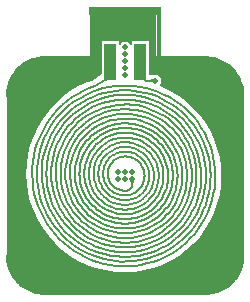
<source format=gbl>
%FSTAX44Y44*%
%MOMM*%
%SFA1B1*%

%IPPOS*%
%ADD10C,0.200000*%
%ADD19C,2.199996*%
%ADD20C,0.999998*%
%ADD29C,0.499999*%
%ADD31R,1.019998X3.169994*%
%ADD32R,0.411499X3.834092*%
%ADD33R,6.098288X0.638099*%
%ADD34R,0.609099X4.307191*%
%ADD35R,4.698991X1.236798*%
%ADD36R,0.949698X14.511071*%
%ADD37R,14.309771X0.825398*%
%ADD38R,0.953898X14.332371*%
%ADD39R,4.698991X1.338597*%
%LNpcb1-1*%
%LPD*%
G36*
X00094944Y00169365D02*
X00095258Y00167785D01*
X00096153Y00166445*
X00097493Y0016555*
X00099073Y00165236*
X00137128*
X00137269Y00165264*
X00141531Y00164928*
X00145826Y00163897*
X00149906Y00162207*
X00153672Y00159899*
X00157031Y00157031*
X00159899Y00153672*
X00162207Y00149906*
X00163897Y00145826*
X00164928Y00141531*
X00165264Y00137269*
X00165236Y00137128*
Y0*
X00165264Y-0000014*
X00164928Y-00004402*
X00163897Y-00008697*
X00162207Y-00012778*
X00159899Y-00016543*
X00157031Y-00019902*
X00153672Y-0002277*
X00149906Y-00025078*
X00145826Y-00026768*
X00141531Y-000278*
X00137269Y-00028135*
X00137128Y-00028107*
X0*
X-0000014Y-00028135*
X-00004402Y-000278*
X-00008697Y-00026768*
X-00012778Y-00025078*
X-00016543Y-0002277*
X-00019902Y-00019902*
X-0002277Y-00016543*
X-00025078Y-00012778*
X-00026768Y-00008697*
X-000278Y-00004402*
X-00028135Y-0000014*
X-00028107Y0*
Y00137128*
X-00028135Y00137269*
X-000278Y00141531*
X-00026768Y00145826*
X-00025078Y00149906*
X-0002277Y00153672*
X-00019902Y00157031*
X-00016543Y00159899*
X-00012778Y00162207*
X-00008697Y00163897*
X-00004402Y00164928*
X-0000014Y00165264*
X0Y00165236*
X00038054*
X00039634Y0016555*
X00040974Y00166445*
X00041869Y00167785*
X00042183Y00169365*
Y0020725*
X00094944*
Y00169365*
G37*
%LNpcb1-2*%
%LPC*%
G36*
X00088359Y00182595D02*
X00074159D01*
Y00179003*
X00072889Y00178751*
X00072378Y00179984*
X00071112Y0018125*
X00069459Y00181935*
X00067668*
X00066014Y0018125*
X00064748Y00179984*
X00064229Y00178731*
X00062959Y00178983*
Y00182595*
X00048759*
Y00154213*
X00040579Y0014902*
X00036361Y0014751*
X00028944Y00144003*
X00021907Y00139785*
X00015318Y00134898*
X00009239Y00129388*
X00003729Y00123309*
X-00001156Y00116719*
X-00005374Y00109683*
X-00008882Y00102266*
X-00011645Y00094541*
X-00013639Y00086583*
X-00014843Y00078468*
X-00015245Y00070273*
X-00014843Y00062079*
X-00013639Y00053964*
X-00011645Y00046005*
X-00008882Y00038281*
X-00005374Y00030864*
X-00001156Y00023827*
X00003729Y00017238*
X00009239Y00011159*
X00015318Y00005649*
X00021907Y00000762*
X00028944Y-00003454*
X00036361Y-00006962*
X00044085Y-00009725*
X00052044Y-00011719*
X00060159Y-00012923*
X00068353Y-00013325*
X0007113Y-00013189*
X00071487Y-0001326*
X0007169Y-0001322*
X0007208Y-00013142*
X00076431Y-00012928*
X00084352Y-00011753*
X0009212Y-00009808*
X0009966Y-0000711*
X00106898Y-00003686*
X00113767Y00000429*
X00120199Y00005199*
X00126132Y00010576*
X0013151Y0001651*
X0013628Y00022941*
X00140397Y0002981*
X0014382Y00037049*
X00146518Y00044588*
X00148464Y00052356*
X00149639Y00060277*
X00150032Y00068275*
X00149639Y00076273*
X00148464Y00084194*
X00146518Y00091962*
X0014382Y00099501*
X00140397Y0010674*
X0013628Y00113609*
X0013151Y0012004*
X00126132Y00125974*
X00120199Y00131351*
X00113767Y00136122*
X00106898Y00140238*
X0009966Y00143662*
X00097981Y00144263*
X00097762Y0014569*
X00098671Y0014705*
X0009906Y00149001*
X00098671Y00150952*
X00097566Y00152606*
X00095912Y00153711*
X00093961Y00154099*
X00088409*
X00088359Y00154133*
Y00182595*
G37*
%LNpcb1-3*%
%LPD*%
G36*
X00053674Y00148957D02*
X00053512Y00149073D01*
X00053307Y00149139*
X00053059Y00149155*
X00052768Y0014912*
X00052434Y00149035*
X00052057Y00148899*
X00051637Y00148714*
X00051174Y00148477*
X0005012Y00147854*
X00049101Y00149577*
X00049555Y00149877*
X00050276Y00150427*
X00050542Y00150678*
X00050745Y00150912*
X00050886Y0015113*
X00050963Y0015133*
X00050978Y00151514*
X00050931Y00151682*
X0005082Y00151833*
X00053674Y00148957*
G37*
G36*
X00092176Y00147251D02*
X00092023Y00147394D01*
X0009186Y00147521*
X00091686Y00147634*
X00091502Y00147731*
X00091307Y00147814*
X00091101Y00147881*
X00090884Y00147934*
X00090657Y00147971*
X00090419Y00147994*
X0009017Y00148001*
Y00150001*
X00090419Y00150009*
X00090657Y00150031*
X00090884Y00150069*
X00091101Y00150121*
X00091307Y00150189*
X00091502Y00150271*
X00091686Y00150369*
X0009186Y00150481*
X00092023Y00150609*
X00092176Y00150751*
Y00147251*
G37*
G36*
X00076171Y00063627D02*
X00076043Y00063463D01*
X00075931Y00063289*
X00075833Y00063104*
X00075751Y00062909*
X00075683Y00062703*
X00075631Y00062486*
X00075593Y00062259*
X00075571Y00062021*
X00075563Y00061772*
X00073563*
X00073556Y00062021*
X00073533Y00062259*
X00073496Y00062486*
X00073443Y00062703*
X00073376Y00062909*
X00073293Y00063104*
X00073196Y00063289*
X00073083Y00063463*
X00072956Y00063627*
X00072813Y00063778*
X00076313*
X00076171Y00063627*
G37*
G54D10*
X00068932Y00055785D02*
D01*
X00069325Y00055799*
X00069716Y0005584*
X00070103Y00055908*
X00070485Y00056003*
X00070858Y00056125*
X00071223Y00056272*
X00071576Y00056444*
X00071916Y00056641*
X00072242Y00056861*
X00072552Y00057103*
X00072844Y00057366*
X00073117Y00057649*
X0007337Y0005795*
X00073601Y00058268*
X00073809Y00058601*
X00073994Y00058948*
X00074153Y00059307*
X00074288Y00059676*
X00074396Y00060054*
X00074478Y00060439*
X00074532Y00060828*
X0007456Y0006122*
X00074563Y00061416*
X00067615Y00088759D02*
D01*
X00066328Y00088663*
X0006505Y00088477*
X00063788Y00088202*
X00062549Y0008784*
X00061338Y00087392*
X00060161Y00086861*
X00059024Y00086249*
X00057932Y00085559*
X00056891Y00084795*
X00055906Y0008396*
X00054982Y00083058*
X00054123Y00082094*
X00053333Y00081072*
X00052616Y00079998*
X00051976Y00078877*
X00051416Y00077713*
X00050938Y00076514*
X00050546Y00075284*
X0005024Y00074029*
X00050022Y00072757*
X00049893Y00071472*
X00049855Y00070181*
X00049906Y00068891*
X00050048Y00067607*
X00050279Y00066337*
X00050597Y00065085*
X00051002Y00063859*
X00051492Y00062665*
X00052064Y00061507*
X00052715Y00060392*
X00053443Y00059325*
X00054243Y00058312*
X00055112Y00057356*
X00056045Y00056464*
X00057039Y00055639*
X00058087Y00054885*
X00059186Y00054207*
X00060329Y00053606*
X00061511Y00053087*
X00062727Y00052651*
X0006397Y00052302*
X00065234Y0005204*
X00066513Y00051866*
X00067802Y00051783*
X00069092Y00051788*
X00067775Y00084762D02*
D01*
X00066766Y00084687*
X00065765Y00084541*
X00064776Y00084325*
X00063804Y00084041*
X00062855Y00083691*
X00061933Y00083274*
X00061042Y00082795*
X00060186Y00082254*
X0005937Y00081655*
X00058598Y00081001*
X00057874Y00080294*
X000572Y00079538*
X00056581Y00078738*
X00056019Y00077896*
X00055518Y00077017*
X00055079Y00076105*
X00054704Y00075165*
X00054397Y00074201*
X00054157Y00073218*
X00053986Y0007222*
X00053885Y00071213*
X00053855Y00070201*
X00053896Y0006919*
X00054006Y00068184*
X00054187Y00067188*
X00054437Y00066208*
X00054754Y00065247*
X00055138Y0006431*
X00055586Y00063403*
X00056097Y00062529*
X00056667Y00061693*
X00057294Y00060898*
X00057975Y0006015*
X00058707Y0005945*
X00059485Y00058804*
X00060307Y00058213*
X00061168Y00057681*
X00062064Y0005721*
X0006299Y00056804*
X00063943Y00056462*
X00064918Y00056188*
X00065908Y00055983*
X00066911Y00055847*
X00067921Y00055781*
X00068932Y00055785*
X00067295Y00096752D02*
D01*
X00065451Y00096614*
X0006362Y00096348*
X00061813Y00095954*
X00060038Y00095435*
X00058303Y00094794*
X00056617Y00094033*
X00054988Y00093156*
X00053424Y00092168*
X00051933Y00091073*
X00050523Y00089877*
X00049199Y00088586*
X00047968Y00087205*
X00046836Y00085742*
X0004581Y00084203*
X00044893Y00082597*
X0004409Y0008093*
X00043406Y00079212*
X00042843Y0007745*
X00042405Y00075653*
X00042093Y00073829*
X00041909Y00071989*
X00041854Y0007014*
X00041928Y00068292*
X0004213Y00066453*
X0004246Y00064633*
X00042917Y00062841*
X00043497Y00061085*
X00044199Y00059373*
X00045018Y00057715*
X00045951Y00056117*
X00046993Y00054589*
X00048139Y00053138*
X00049384Y00051769*
X00050721Y00050491*
X00052143Y00049309*
X00053645Y0004823*
X00055219Y00047257*
X00056856Y00046397*
X0005855Y00045653*
X00060291Y00045029*
X00062072Y00044528*
X00063883Y00044153*
X00065716Y00043905*
X00067562Y00043785*
X00069411Y00043794*
X00069571Y00039798D02*
D01*
X00071555Y00039947*
X00073524Y00040234*
X00075467Y00040657*
X00077377Y00041215*
X00079242Y00041905*
X00081056Y00042723*
X00082807Y00043666*
X00084489Y00044729*
X00086092Y00045906*
X0008761Y00047192*
X00089034Y00048581*
X00090357Y00050066*
X00091574Y0005164*
X00092678Y00053295*
X00093664Y00055023*
X00094527Y00056815*
X00095263Y00058663*
X00095868Y00060558*
X0009634Y0006249*
X00096675Y00064451*
X00096873Y0006643*
X00096933Y00068419*
X00096853Y00070407*
X00096635Y00072384*
X0009628Y00074341*
X00095789Y00076269*
X00095165Y00078158*
X00094411Y00079998*
X00093529Y00081782*
X00092526Y00083499*
X00091405Y00085143*
X00090173Y00086704*
X00088834Y00088176*
X00087397Y00089551*
X00085866Y00090822*
X00084251Y00091983*
X00082559Y00093028*
X00080798Y00093953*
X00078976Y00094753*
X00077104Y00095424*
X00075189Y00095963*
X00073241Y00096367*
X0007127Y00096634*
X00069285Y00096762*
X00067295Y00096752*
X00069092Y00051788D02*
D01*
X00070241Y00051874*
X00071381Y00052041*
X00072506Y00052286*
X00073611Y00052609*
X00074692Y00053008*
X00075741Y00053482*
X00076756Y00054028*
X00077729Y00054643*
X00078657Y00055325*
X00079536Y00056069*
X0008036Y00056873*
X00081127Y00057733*
X00081831Y00058644*
X0008247Y00059602*
X00083041Y00060603*
X00083541Y0006164*
X00083967Y0006271*
X00084317Y00063807*
X0008459Y00064926*
X00084784Y00066061*
X00084899Y00067207*
X00084933Y00068359*
X00084887Y00069509*
X00084761Y00070654*
X00084555Y00071787*
X00084271Y00072903*
X0008391Y00073997*
X00083473Y00075063*
X00082963Y00076095*
X00082382Y0007709*
X00081733Y00078041*
X0008102Y00078945*
X00080245Y00079797*
X00079412Y00080593*
X00078526Y00081329*
X00077591Y00082001*
X00076611Y00082606*
X00075592Y00083142*
X00074537Y00083605*
X00073453Y00083993*
X00072344Y00084305*
X00071217Y00084539*
X00070075Y00084694*
X00068926Y00084768*
X00067775Y00084762*
X00069252Y00047791D02*
D01*
X00070679Y00047898*
X00072095Y00048105*
X00073493Y00048409*
X00074867Y0004881*
X00076209Y00049306*
X00077513Y00049895*
X00078773Y00050573*
X00079983Y00051337*
X00081136Y00052184*
X00082228Y0005311*
X00083252Y00054109*
X00084204Y00055177*
X0008508Y00056309*
X00085874Y00057499*
X00086583Y00058742*
X00087204Y00060031*
X00087733Y0006136*
X00088168Y00062724*
X00088508Y00064114*
X00088749Y00065524*
X00088892Y00066948*
X00088935Y00068378*
X00088877Y00069808*
X00088721Y0007123*
X00088465Y00072638*
X00088112Y00074024*
X00087663Y00075383*
X0008712Y00076707*
X00086487Y0007799*
X00085765Y00079226*
X00084959Y00080408*
X00084072Y00081531*
X0008311Y0008259*
X00082075Y00083578*
X00080975Y00084493*
X00079813Y00085328*
X00078595Y0008608*
X00077329Y00086746*
X00076019Y00087321*
X00074672Y00087804*
X00073294Y00088191*
X00071893Y00088482*
X00070475Y00088674*
X00069047Y00088767*
X00067616Y00088759*
X00067615*
X00067455Y00092756D02*
D01*
X00065889Y00092639*
X00064335Y00092413*
X00062801Y00092078*
X00061293Y00091638*
X0005982Y00091093*
X00058389Y00090447*
X00057006Y00089703*
X00055678Y00088864*
X00054412Y00087935*
X00053214Y00086919*
X0005209Y00085823*
X00051045Y0008465*
X00050084Y00083408*
X00049213Y00082102*
X00048435Y00080738*
X00047753Y00079323*
X00047172Y00077864*
X00046694Y00076368*
X00046322Y00074842*
X00046057Y00073294*
X00045901Y00071731*
X00045854Y00070161*
X00045916Y00068592*
X00046088Y00067031*
X00046369Y00065486*
X00046756Y00063964*
X00047249Y00062473*
X00047845Y0006102*
X0004854Y00059612*
X00049332Y00058256*
X00050217Y00056958*
X0005119Y00055725*
X00052247Y00054564*
X00053382Y00053478*
X0005459Y00052475*
X00055865Y00051558*
X00057201Y00050733*
X00058592Y00050002*
X0006003Y00049371*
X00061508Y00048841*
X0006302Y00048416*
X00064557Y00048097*
X00066114Y00047886*
X00067681Y00047785*
X00069251Y00047792*
X00069252Y00047791*
X00069411Y00043794D02*
D01*
X00071117Y00043922*
X00072809Y00044169*
X0007448Y00044533*
X00076121Y00045012*
X00077725Y00045605*
X00079284Y00046309*
X0008079Y00047119*
X00082236Y00048033*
X00083614Y00049045*
X00084919Y00050151*
X00086143Y00051345*
X00087281Y00052621*
X00088327Y00053974*
X00089276Y00055397*
X00090124Y00056882*
X00090865Y00058423*
X00091498Y00060011*
X00092018Y0006164*
X00092424Y00063302*
X00092712Y00064987*
X00092882Y00066689*
X00092934Y00068398*
X00092865Y00070107*
X00092678Y00071807*
X00092373Y0007349*
X00091951Y00075147*
X00091414Y0007677*
X00090765Y00078353*
X00090008Y00079886*
X00089146Y00081363*
X00088182Y00082776*
X00087123Y00084118*
X00085972Y00085383*
X00084736Y00086565*
X0008342Y00087657*
X00082032Y00088656*
X00080577Y00089555*
X00079063Y0009035*
X00077497Y00091038*
X00075887Y00091615*
X00074241Y00092078*
X00072567Y00092425*
X00070872Y00092654*
X00069165Y00092765*
X00067455Y00092756*
X00069891Y00031804D02*
D01*
X00072432Y00031995*
X00074953Y00032362*
X00077442Y00032904*
X00079888Y00033619*
X00082277Y00034502*
X000846Y0003555*
X00086843Y00036757*
X00088997Y00038118*
X0009105Y00039626*
X00092994Y00041273*
X00094817Y00043053*
X00096513Y00044954*
X00098071Y0004697*
X00099485Y00049089*
X00100748Y00051302*
X00101853Y00053597*
X00102796Y00055964*
X00103571Y00058391*
X00104175Y00060866*
X00104604Y00063377*
X00104858Y00065912*
X00104934Y00068459*
X00104832Y00071004*
X00104553Y00073537*
X00104098Y00076043*
X00103469Y00078512*
X0010267Y00080931*
X00101704Y00083289*
X00100576Y00085573*
X00099291Y00087773*
X00097856Y00089878*
X00096277Y00091877*
X00094563Y00093762*
X00092721Y00095523*
X00090761Y0009715*
X00088693Y00098637*
X00086525Y00099977*
X0008427Y00101161*
X00081937Y00102186*
X00079539Y00103045*
X00077086Y00103735*
X00074592Y00104252*
X00072067Y00104594*
X00069525Y00104759*
X00066977Y00104746*
X00066976*
X0007005Y00027807D02*
D01*
X00072869Y00028019*
X00075667Y00028426*
X00078429Y00029028*
X00081142Y00029821*
X00083794Y00030801*
X0008637Y00031964*
X0008886Y00033303*
X0009125Y00034814*
X00093528Y00036487*
X00095684Y00038314*
X00097708Y00040288*
X00099589Y00042399*
X00101318Y00044635*
X00102887Y00046986*
X00104288Y00049442*
X00105515Y00051989*
X0010656Y00054615*
X0010742Y00057308*
X0010809Y00060054*
X00108567Y00062841*
X00108849Y00065653*
X00108933Y00068479*
X0010882Y00071304*
X00108511Y00074114*
X00108006Y00076895*
X00107308Y00079634*
X00106421Y00082319*
X00105349Y00084934*
X00104097Y00087469*
X00102671Y0008991*
X00101079Y00092245*
X00099327Y00094464*
X00097425Y00096555*
X00095382Y00098509*
X00093207Y00100315*
X00090912Y00101965*
X00088507Y00103451*
X00086004Y00104766*
X00083416Y00105903*
X00080755Y00106856*
X00078033Y00107621*
X00075266Y00108195*
X00072464Y00108575*
X00069643Y00108757*
X00066816Y00108743*
X0007021Y00023811D02*
D01*
X00073308Y00024044*
X00076381Y00024491*
X00079416Y00025153*
X00082398Y00026024*
X00085311Y00027101*
X00088142Y00028378*
X00090877Y0002985*
X00093503Y00031509*
X00096007Y00033348*
X00098376Y00035357*
X001006Y00037525*
X00102666Y00039844*
X00104566Y00042301*
X0010629Y00044885*
X0010783Y00047583*
X00109177Y00050381*
X00110326Y00053267*
X00111271Y00056226*
X00112007Y00059243*
X00112531Y00062305*
X00112841Y00065396*
X00112933Y00068501*
X00112809Y00071604*
X00112469Y00074692*
X00111914Y00077748*
X00111148Y00080758*
X00110173Y00083707*
X00108995Y00086581*
X00107619Y00089366*
X00106053Y00092048*
X00104303Y00094614*
X00102378Y00097052*
X00100288Y0009935*
X00098043Y00101496*
X00095654Y00103481*
X00093132Y00105294*
X00090489Y00106926*
X00087739Y00108371*
X00084895Y0010962*
X00081971Y00110668*
X00078981Y00111509*
X0007594Y00112139*
X00072862Y00112556*
X00069762Y00112757*
X00066657Y00112739*
X00069731Y00035801D02*
D01*
X00071994Y00035971*
X00074238Y00036298*
X00076455Y00036781*
X00078632Y00037417*
X0008076Y00038204*
X00082828Y00039137*
X00084825Y00040212*
X00086743Y00041424*
X00088571Y00042766*
X00090302Y00044233*
X00091925Y00045817*
X00093435Y00047511*
X00094822Y00049305*
X00096081Y00051192*
X00097206Y00053162*
X0009819Y00055206*
X00099029Y00057314*
X00099719Y00059475*
X00100257Y00061679*
X00100639Y00063915*
X00100865Y00066172*
X00100933Y00068439*
X00100842Y00070706*
X00100594Y00072961*
X00100189Y00075193*
X00099629Y00077391*
X00098917Y00079545*
X00098056Y00081644*
X00097052Y00083678*
X00095908Y00085636*
X0009463Y00087511*
X00093224Y00089291*
X00091698Y00090969*
X00090058Y00092537*
X00088313Y00093986*
X00086471Y0009531*
X00084541Y00096503*
X00082533Y00097558*
X00080456Y0009847*
X0007832Y00099235*
X00076137Y00099849*
X00073916Y0010031*
X00071668Y00100614*
X00069404Y00100761*
X00067136Y00100749*
X00070849Y00007823D02*
D01*
X0007506Y00008139*
X00079239Y00008748*
X00083365Y00009646*
X00087419Y00010831*
X0009138Y00012295*
X00095229Y00014032*
X00098947Y00016033*
X00102517Y00018289*
X00105921Y00020788*
X00109142Y00023519*
X00112165Y00026468*
X00114975Y0002962*
X00117558Y00032961*
X00119902Y00036473*
X00121995Y00040141*
X00123827Y00043946*
X00125389Y00047869*
X00126674Y00051891*
X00127675Y00055994*
X00128387Y00060156*
X00128808Y00064358*
X00128934Y00068579*
X00128765Y00072799*
X00128303Y00076996*
X00127549Y00081151*
X00126506Y00085243*
X00125181Y00089253*
X0012358Y0009316*
X0012171Y00096946*
X0011958Y00100593*
X00117201Y00104082*
X00114584Y00107396*
X00111743Y0011052*
X00108691Y00113438*
X00105442Y00116137*
X00102013Y00118601*
X00098421Y00120821*
X00094683Y00122785*
X00090816Y00124483*
X00086841Y00125908*
X00082776Y00127051*
X00078641Y00127909*
X00074456Y00128475*
X00070242Y00128749*
X00066019Y00128727*
X00066018*
X00070529Y00015817D02*
D01*
X00074184Y00016091*
X0007781Y00016619*
X0008139Y000174*
X00084908Y00018427*
X00088345Y00019698*
X00091685Y00021205*
X00094912Y00022942*
X00098009Y00024899*
X00100963Y00027068*
X00103758Y00029438*
X00106382Y00031996*
X0010882Y00034732*
X00111061Y00037631*
X00113095Y00040679*
X00114911Y00043861*
X00116501Y00047163*
X00117857Y00050568*
X00118972Y00054058*
X0011984Y00057618*
X00120458Y0006123*
X00120823Y00064876*
X00120932Y00068539*
X00120786Y00072201*
X00120385Y00075843*
X00119731Y00079449*
X00118826Y00083*
X00117676Y00086479*
X00116286Y0008987*
X00114663Y00093155*
X00112815Y0009632*
X00110751Y00099347*
X0010848Y00102223*
X00106015Y00104934*
X00103366Y00107466*
X00100547Y00109808*
X00097572Y00111947*
X00094454Y00113873*
X0009121Y00115577*
X00087855Y00117051*
X00084405Y00118287*
X00080878Y00119279*
X0007729Y00120023*
X00073658Y00120515*
X00070002Y00120752*
X00066337Y00120733*
X00070689Y0001182D02*
D01*
X00074622Y00012115*
X00078524Y00012684*
X00082378Y00013523*
X00086163Y00014629*
X00089862Y00015997*
X00093457Y00017619*
X00096929Y00019488*
X00100263Y00021594*
X00103442Y00023928*
X0010645Y00026478*
X00109273Y00029232*
X00111897Y00032176*
X00114309Y00035296*
X00116498Y00038577*
X00118453Y00042002*
X00120164Y00045555*
X00121623Y00049219*
X00122822Y00052976*
X00123757Y00056807*
X00124422Y00060694*
X00124815Y00064618*
X00124933Y0006856*
X00124775Y000725*
X00124343Y0007642*
X00123639Y000803*
X00122666Y00084122*
X00121428Y00087866*
X00119932Y00091515*
X00118186Y00095051*
X00116197Y00098457*
X00113975Y00101715*
X00111532Y0010481*
X00108878Y00107728*
X00106027Y00110453*
X00102994Y00112973*
X00099792Y00115274*
X00096437Y00117348*
X00092945Y00119181*
X00089335Y00120767*
X00085622Y00122097*
X00081826Y00123165*
X00077964Y00123966*
X00074056Y00124495*
X00070121Y0012475*
X00066177Y0012473*
X00071008Y00003826D02*
D01*
X00075498Y00004163*
X00079953Y00004812*
X00084352Y0000577*
X00088673Y00007033*
X00092896Y00008594*
X00097Y00010446*
X00100964Y00012579*
X0010477Y00014984*
X00108399Y00017649*
X00111833Y0002056*
X00115056Y00023703*
X00118051Y00027064*
X00120805Y00030626*
X00123304Y00034371*
X00125535Y00038281*
X00127488Y00042337*
X00129154Y0004652*
X00130524Y00050808*
X00131591Y00055182*
X00132351Y0005962*
X00132799Y00064099*
X00132933Y000686*
X00132753Y00073098*
X0013226Y00077573*
X00131456Y00082003*
X00130345Y00086366*
X00128932Y0009064*
X00127225Y00094806*
X00125231Y00098842*
X0012296Y0010273*
X00120424Y0010645*
X00117635Y00109983*
X00114605Y00113314*
X00111351Y00116425*
X00107888Y00119301*
X00104232Y00121929*
X00100402Y00124296*
X00096417Y00126389*
X00092295Y001282*
X00088056Y00129718*
X00083723Y00130938*
X00079314Y00131851*
X00074853Y00132455*
X0007036Y00132747*
X00065858Y00132724*
X00071168Y-00000168D02*
D01*
X00075936Y00000188*
X00080667Y00000877*
X00085339Y00001895*
X00089928Y00003236*
X00094413Y00004894*
X00098771Y0000686*
X00102981Y00009126*
X00107023Y0001168*
X00110877Y0001451*
X00114524Y00017601*
X00117947Y0002094*
X00121128Y00024509*
X00124053Y00028292*
X00126706Y00032269*
X00129076Y00036422*
X0013115Y00040729*
X00132919Y00045171*
X00134374Y00049726*
X00135507Y00054371*
X00136313Y00059083*
X00136789Y00063841*
X00136932Y0006862*
X00136741Y00073397*
X00136217Y0007815*
X00135364Y00082854*
X00134184Y00087488*
X00132683Y00092027*
X0013087Y00096451*
X00128752Y00100738*
X00126341Y00104866*
X00123647Y00108817*
X00120685Y0011257*
X00117468Y00116106*
X00114012Y0011941*
X00110334Y00122465*
X00106452Y00125256*
X00102384Y00127769*
X00098151Y00129993*
X00093774Y00131915*
X00089273Y00133528*
X0008467Y00134823*
X00079989Y00135793*
X00075251Y00136435*
X00070479Y00136744*
X00065698Y0013672*
X0007037Y00019814D02*
D01*
X00073746Y00020068*
X00077096Y00020555*
X00080404Y00021276*
X00083653Y00022225*
X00086828Y00023399*
X00089914Y00024791*
X00092895Y00026396*
X00095757Y00028204*
X00098485Y00030207*
X00101068Y00032396*
X00103491Y0003476*
X00105743Y00037287*
X00107814Y00039965*
X00109693Y00042781*
X00111371Y00045722*
X0011284Y00048772*
X00114092Y00051917*
X00115122Y00055141*
X00115924Y0005843*
X00116495Y00061767*
X00116832Y00065135*
X00116933Y00068519*
X00116798Y00071902*
X00116428Y00075266*
X00115823Y00078597*
X00114988Y00081878*
X00113925Y00085092*
X00112641Y00088224*
X00111142Y00091259*
X00109435Y00094182*
X00107528Y00096979*
X0010543Y00099637*
X00103152Y00102141*
X00100706Y0010448*
X00098101Y00106643*
X00095353Y00108619*
X00092473Y00110399*
X00089476Y00111973*
X00086377Y00113334*
X0008319Y00114476*
X00079931Y00115393*
X00076616Y0011608*
X00073262Y00116534*
X00069884Y00116753*
X00066498Y00116736*
X00066497*
X00066337Y00120733D02*
D01*
X00062822Y0012047*
X00059334Y00119962*
X0005589Y00119212*
X00052507Y00118223*
X00049201Y00117001*
X00045988Y00115551*
X00042884Y0011388*
X00039904Y00111997*
X00037063Y00109911*
X00034374Y00107632*
X00031851Y00105171*
X00029505Y0010254*
X00027349Y00099751*
X00025393Y00096819*
X00023646Y00093758*
X00022117Y00090581*
X00020813Y00087307*
X0001974Y00083949*
X00018904Y00080525*
X0001831Y0007705*
X00017959Y00073543*
X00017854Y0007002*
X00017994Y00066497*
X0001838Y00062994*
X0001901Y00059526*
X0001988Y0005611*
X00020986Y00052763*
X00022323Y00049502*
X00023884Y00046341*
X00025662Y00043297*
X00027647Y00040385*
X00029832Y00037618*
X00032203Y00035011*
X00034751Y00032575*
X00037463Y00030323*
X00040325Y00028265*
X00043323Y00026412*
X00046444Y00024773*
X00049671Y00023356*
X00052989Y00022167*
X00056383Y00021212*
X00059834Y00020497*
X00063327Y00020024*
X00066844Y00019796*
X00070369Y00019813*
X0007037Y00019814*
X00066177Y0012473D02*
D01*
X00062384Y00124446*
X0005862Y00123898*
X00054903Y00123088*
X00051251Y00122021*
X00047683Y00120702*
X00044216Y00119137*
X00040866Y00117335*
X0003765Y00115303*
X00034584Y00113051*
X00031682Y00110591*
X00028959Y00107935*
X00026428Y00105095*
X00024101Y00102086*
X0002199Y00098921*
X00020104Y00095617*
X00018454Y0009219*
X00017046Y00088656*
X00015889Y00085032*
X00014988Y00081336*
X00014346Y00077587*
X00013967Y00073801*
X00013854Y00069999*
X00014006Y00066198*
X00014422Y00062417*
X00015102Y00058674*
X0001604Y00054988*
X00017234Y00051376*
X00018677Y00047856*
X00020362Y00044445*
X0002228Y0004116*
X00024423Y00038017*
X0002678Y00035032*
X0002934Y00032217*
X0003209Y00029589*
X00035016Y00027158*
X00038105Y00024938*
X00041341Y00022938*
X00044709Y00021169*
X00048192Y00019639*
X00051773Y00018356*
X00055435Y00017326*
X0005916Y00016554*
X00062929Y00016043*
X00066725Y00015797*
X00070529Y00015816*
Y00015817*
X00066018Y00128727D02*
D01*
X00061947Y00128422*
X00057906Y00127833*
X00053916Y00126964*
X00049997Y00125819*
X00046167Y00124403*
X00042445Y00122724*
X0003885Y00120789*
X00035398Y00118607*
X00032107Y00116191*
X00028992Y0011355*
X00026069Y00110699*
X00023352Y00107651*
X00020855Y00104421*
X00018588Y00101024*
X00016565Y00097478*
X00014793Y00093799*
X00013283Y00090005*
X0001204Y00086116*
X00011073Y00082149*
X00010384Y00078124*
X00009977Y00074061*
X00009855Y0006998*
X00010019Y000659*
X00010466Y00061841*
X00011195Y00057824*
X00012203Y00053867*
X00013484Y0004999*
X00015033Y00046211*
X00016841Y00042551*
X00018901Y00039025*
X00021201Y00035651*
X00023731Y00032446*
X00026478Y00029426*
X0002943Y00026604*
X00032571Y00023995*
X00035886Y00021612*
X0003936Y00019466*
X00042975Y00017567*
X00046713Y00015925*
X00050557Y00014548*
X00054488Y00013442*
X00058486Y00012613*
X00062533Y00012065*
X00066607Y00011801*
X00070689Y0001182*
X00065858Y00132724D02*
D01*
X00061508Y00132398*
X00057191Y00131769*
X00052929Y00130841*
X00048742Y00129617*
X0004465Y00128105*
X00040673Y0012631*
X00036832Y00124243*
X00033144Y00121913*
X00029628Y00119331*
X000263Y0011651*
X00023177Y00113464*
X00020275Y00110208*
X00017606Y00106756*
X00015185Y00103128*
X00013023Y00099339*
X0001113Y00095408*
X00009516Y00091355*
X00008189Y00087199*
X00007155Y00082961*
X00006419Y00078662*
X00005985Y00074321*
X00005854Y0006996*
X00006028Y00065601*
X00006506Y00061265*
X00007285Y00056973*
X00008362Y00052745*
X00009731Y00048603*
X00011385Y00044567*
X00013317Y00040656*
X00015518Y00036889*
X00017975Y00033284*
X00020678Y0002986*
X00023613Y00026633*
X00026767Y00023618*
X00030123Y00020831*
X00033665Y00018285*
X00037376Y00015992*
X00041238Y00013963*
X00045232Y00012209*
X00049339Y00010737*
X00053538Y00009556*
X0005781Y0000867*
X00062133Y00008085*
X00066486Y00007802*
X00070848Y00007824*
X00070849Y00007823*
X00065698Y0013672D02*
D01*
X0006107Y00136373*
X00056477Y00135704*
X00051941Y00134716*
X00047486Y00133415*
X00043132Y00131805*
X00038901Y00129896*
X00034814Y00127696*
X0003089Y00125217*
X00027149Y0012247*
X00023608Y00119468*
X00020285Y00116227*
X00017197Y00112762*
X00014358Y0010909*
X00011782Y00105229*
X00009481Y00101198*
X00007467Y00097016*
X0000575Y00092703*
X00004338Y00088282*
X00003238Y00083772*
X00002455Y00079197*
X00001993Y00074578*
X00001854Y00069939*
X0000204Y00065301*
X00002548Y00060687*
X00003377Y0005612*
X00004522Y00051622*
X00005979Y00047215*
X00007739Y0004292*
X00009795Y00038759*
X00012136Y00034751*
X00014751Y00030916*
X00017627Y00027272*
X0002075Y00023839*
X00024105Y00020631*
X00027676Y00017665*
X00031445Y00014956*
X00035393Y00012516*
X00039503Y00010358*
X00043753Y00008491*
X00048122Y00006926*
X0005259Y00005669*
X00057135Y00004726*
X00061735Y00004104*
X00066367Y00003803*
X00071008Y00003826*
X00065539Y00140717D02*
D01*
X00060632Y00140349*
X00055763Y0013964*
X00050955Y00138593*
X00046231Y00137213*
X00041616Y00135506*
X0003713Y00133482*
X00032798Y0013115*
X00028637Y00128521*
X00024671Y00125609*
X00020917Y00122427*
X00017395Y00118991*
X00014121Y00115318*
X00011111Y00111425*
X00008379Y00107332*
X00005941Y00103057*
X00003806Y00098624*
X00001985Y00094052*
X00000488Y00089365*
X-00000677Y00084584*
X-00001507Y00079734*
X-00001997Y00074837*
X-00002144Y00069919*
X-00001947Y00065002*
X-00001408Y0006011*
X-00000529Y00055269*
X00000684Y000505*
X00002228Y00045828*
X00004094Y00041275*
X00006274Y00036863*
X00008756Y00032614*
X00011528Y00028548*
X00014577Y00024686*
X00017888Y00021045*
X00021445Y00017645*
X0002523Y00014501*
X00029226Y00011628*
X00033412Y00009042*
X00037769Y00006753*
X00042274Y00004775*
X00046906Y00003115*
X00051643Y00001782*
X00056462Y00000784*
X00061338Y00000123*
X00066249Y-00000194*
X00071168Y-00000168*
X00065379Y00144714D02*
D01*
X00060194Y00144326*
X00055048Y00143576*
X00049967Y00142469*
X00044976Y00141011*
X00040098Y00139208*
X00035359Y00137069*
X00030779Y00134605*
X00026383Y00131827*
X00022192Y00128749*
X00018226Y00125387*
X00014503Y00121756*
X00011043Y00117874*
X00007862Y0011376*
X00004976Y00109435*
X00002399Y00104918*
X00000143Y00100233*
X-0000178Y00095402*
X-00003362Y00090448*
X-00004595Y00085397*
X-00005472Y00080271*
X-00005989Y00075097*
X-00006145Y00069899*
X-00005937Y00064703*
X-00005368Y00059535*
X-00004439Y00054418*
X-00003156Y00049379*
X-00001524Y00044441*
X00000447Y0003963*
X0000275Y00034968*
X00005373Y00030477*
X00008302Y00026181*
X00011524Y00022099*
X00015023Y00018252*
X00018782Y00014659*
X00022782Y00011337*
X00027004Y00008301*
X00031428Y00005568*
X00036031Y0000315*
X00040792Y00001058*
X00045688Y-00000694*
X00050693Y-00002102*
X00055785Y-00003158*
X00060938Y-00003856*
X00066127Y-00004193*
X00071327Y-00004166*
X00071328Y-00004165*
X00043163Y00144622D02*
D01*
X00038038Y00142684*
X00033061Y00140393*
X00028256Y0013776*
X00023646Y00134799*
X00019254Y00131523*
X00015101Y00127949*
X00011207Y00124094*
X00007592Y00119976*
X00004273Y00115617*
X00001266Y00111036*
X-00001413Y00106257*
X-00003753Y00101303*
X-00005742Y00096197*
X-0000737Y00090965*
X-00008628Y00085633*
X-00009512Y00080225*
X-00010017Y00074769*
X-0001014Y00069291*
X-0000988Y00063818*
X-00009239Y00058377*
X-0000822Y00052993*
X-00006828Y00047693*
X-0000507Y00042504*
X-00002954Y0003745*
X-00000491Y00032555*
X00002307Y00027845*
X00005427Y00023341*
X00008854Y00019066*
X00012571Y0001504*
X0001656Y00011284*
X00020801Y00007815*
X00025274Y00004649*
X00029957Y00001804*
X00034826Y-00000706*
X00039859Y-00002872*
X00045031Y-00004681*
X00050317Y-00006125*
X0005569Y-00007198*
X00061125Y-00007892*
X00066595Y-00008206*
X00071487Y-00008162*
D01*
X00076812Y-00007763*
X00082096Y-00006993*
X00087313Y-00005857*
X00092438Y-00004359*
X00097447Y-00002508*
X00102314Y-00000312*
X00107016Y00002217*
X0011153Y0000507*
X00115834Y0000823*
X00119907Y00011683*
X00123729Y00015411*
X00127282Y00019397*
X00130548Y00023622*
X00133512Y00028063*
X00136158Y00032701*
X00138475Y00037512*
X0014045Y00042472*
X00142075Y00047559*
X00143341Y00052746*
X00144242Y0005801*
X00144773Y00063323*
X00144932Y0006866*
X00144719Y00073995*
X00144134Y00079303*
X00143181Y00084556*
X00141863Y00089731*
X00140187Y00094801*
X00138162Y00099741*
X00135798Y00104529*
X00133104Y0010914*
X00130097Y00113551*
X00126788Y00117742*
X00123195Y00121693*
X00119336Y00125383*
X00115228Y00128794*
X00110892Y00131911*
X0010635Y00134718*
X00101623Y00137201*
X00096734Y00139348*
X00091707Y00141149*
X00086567Y00142595*
X00081339Y00143679*
X00076047Y00144395*
X00070719Y00144741*
X00065379Y00144714*
X00071328Y-00004165D02*
D01*
X00076375Y-00003787*
X00081382Y-00003057*
X00086327Y-0000198*
X00091184Y-00000561*
X0009593Y00001192*
X00100543Y00003274*
X00104999Y00005672*
X00109277Y00008375*
X00113356Y0001137*
X00117216Y00014642*
X00120838Y00018176*
X00124206Y00021954*
X00127301Y00025957*
X00130109Y00030166*
X00132617Y00034562*
X00134813Y00039121*
X00136685Y00043822*
X00138225Y00048643*
X00139424Y00053559*
X00140278Y00058547*
X00140781Y00063582*
X00140932Y0006864*
X0014073Y00073697*
X00140176Y00078727*
X00139272Y00083706*
X00138023Y0008861*
X00136435Y00093415*
X00134516Y00098097*
X00132275Y00102634*
X00129722Y00107004*
X00126872Y00111184*
X00123736Y00115156*
X00120331Y001189*
X00116673Y00122397*
X00112781Y0012563*
X00108672Y00128584*
X00104367Y00131244*
X00099887Y00133597*
X00095254Y00135632*
X0009049Y00137339*
X00085618Y00138709*
X00080663Y00139736*
X00075649Y00140415*
X00070599Y00140743*
X00065539Y00140717*
X00066497Y00116736D02*
D01*
X00063261Y00116494*
X00060049Y00116026*
X00056878Y00115335*
X00053762Y00114425*
X00050718Y00113299*
X0004776Y00111964*
X00044902Y00110426*
X00042158Y00108692*
X00039542Y00106771*
X00037066Y00104672*
X00034743Y00102406*
X00032583Y00099983*
X00030598Y00097416*
X00028796Y00094716*
X00027188Y00091897*
X0002578Y00088972*
X00024579Y00085957*
X00023592Y00082865*
X00022822Y00079712*
X00022275Y00076513*
X00021952Y00073283*
X00021855Y00070039*
X00021984Y00066796*
X0002234Y0006357*
X0002292Y00060376*
X00023721Y00057231*
X00024739Y0005415*
X0002597Y00051146*
X00027408Y00048236*
X00029045Y00045434*
X00030873Y00042752*
X00032884Y00040205*
X00035068Y00037804*
X00037414Y00035561*
X00039911Y00033487*
X00042547Y00031593*
X00045308Y00029886*
X00048181Y00028377*
X00051153Y00027072*
X00054208Y00025977*
X00057332Y00025099*
X00060511Y0002444*
X00063727Y00024004*
X00066966Y00023794*
X0007021Y00023811*
X00066657Y00112739D02*
D01*
X00063699Y00112517*
X00060764Y0011209*
X00057865Y00111459*
X00055018Y00110627*
X00052235Y00109598*
X00049532Y00108378*
X00046919Y00106972*
X00044412Y00105387*
X0004202Y00103632*
X00039758Y00101713*
X00037634Y00099642*
X00035661Y00097428*
X00033846Y00095081*
X000322Y00092613*
X00030729Y00090037*
X00029442Y00087364*
X00028345Y00084608*
X00027442Y00081782*
X00026739Y000789*
X00026239Y00075976*
X00025944Y00073025*
X00025855Y0007006*
X00025974Y00067095*
X00026298Y00064147*
X00026828Y00061228*
X0002756Y00058353*
X00028491Y00055537*
X00029616Y00052792*
X0003093Y00050132*
X00032426Y00047571*
X00034097Y0004512*
X00035935Y00042791*
X00037932Y00040597*
X00040076Y00038547*
X00042358Y00036652*
X00044766Y0003492*
X0004729Y00033361*
X00049916Y00031981*
X00052632Y00030789*
X00055425Y00029788*
X0005828Y00028985*
X00061185Y00028382*
X00064125Y00027984*
X00067085Y00027792*
X0007005Y00027807*
X00066816Y00108743D02*
D01*
X00064137Y00108542*
X00061477Y00108155*
X00058852Y00107583*
X00056272Y0010683*
X00053752Y00105898*
X00051302Y00104792*
X00048936Y00103519*
X00046664Y00102083*
X00044499Y00100493*
X00042448Y00098755*
X00040525Y00096879*
X00038737Y00094873*
X00037093Y00092747*
X00035602Y00090512*
X0003427Y00088178*
X00033104Y00085757*
X0003211Y0008326*
X00031292Y000807*
X00030655Y0007809*
X00030202Y00075441*
X00029934Y00072767*
X00029854Y00070081*
X00029961Y00067396*
X00030256Y00064725*
X00030736Y00062081*
X00031399Y00059477*
X00032242Y00056925*
X00033261Y00054439*
X00034452Y00052029*
X00035807Y00049709*
X0003732Y00047489*
X00038986Y00045379*
X00040794Y00043391*
X00042736Y00041534*
X00044803Y00039818*
X00046985Y00038249*
X00049271Y00036836*
X0005165Y00035587*
X00054111Y00034506*
X0005664Y000336*
X00059227Y00032872*
X00061859Y00032326*
X00064522Y00031966*
X00067203Y00031792*
X0006989Y00031805*
X00069891Y00031804*
X00066976Y00104746D02*
D01*
X00064575Y00104566*
X00062192Y00104219*
X00059839Y00103707*
X00057528Y00103032*
X00055269Y00102196*
X00053074Y00101206*
X00050954Y00100065*
X00048918Y00098779*
X00046977Y00097353*
X0004514Y00095796*
X00043416Y00094115*
X00041814Y00092317*
X00040341Y00090412*
X00039005Y00088409*
X00037811Y00086318*
X00036767Y00084148*
X00035876Y00081911*
X00035143Y00079617*
X00034572Y00077278*
X00034166Y00074904*
X00033926Y00072508*
X00033854Y00070101*
X0003395Y00067695*
X00034214Y00065302*
X00034644Y00062932*
X00035238Y00060599*
X00035994Y00058312*
X00036907Y00056084*
X00037974Y00053925*
X00039188Y00051846*
X00040545Y00049856*
X00042037Y00047966*
X00043657Y00046185*
X00045398Y00044521*
X0004725Y00042982*
X00049205Y00041577*
X00051254Y00040311*
X00053385Y00039191*
X0005559Y00038222*
X00057857Y0003741*
X00060175Y00036758*
X00062533Y00036269*
X00064919Y00035946*
X00067322Y0003579*
X0006973Y00035802*
X00069731Y00035801*
X00067136Y00100749D02*
D01*
X00065013Y0010059*
X00062907Y00100283*
X00060827Y0009983*
X00058783Y00099233*
X00056787Y00098495*
X00054846Y00097619*
X00052971Y0009661*
X00051172Y00095473*
X00049456Y00094213*
X00047832Y00092837*
X00046308Y0009135*
X00044891Y00089761*
X00043589Y00088077*
X00042408Y00086306*
X00041352Y00084457*
X00040429Y00082538*
X00039641Y00080561*
X00038994Y00078532*
X00038489Y00076464*
X0003813Y00074366*
X00037918Y00072248*
X00037854Y0007012*
X00037939Y00067993*
X00038173Y00065876*
X00038553Y00063782*
X00039078Y00061719*
X00039746Y00059697*
X00040554Y00057728*
X00041497Y00055819*
X0004257Y00053981*
X0004377Y00052222*
X00045089Y00050551*
X00046521Y00048976*
X0004806Y00047505*
X00049698Y00046144*
X00051426Y00044902*
X00053237Y00043783*
X00055122Y00042793*
X00057071Y00041937*
X00059076Y00041219*
X00061125Y00040642*
X00063209Y0004021*
X00065319Y00039924*
X00067444Y00039787*
X00069571Y00039798*
X00074563Y00061416D02*
Y00065563D01*
X00083258Y00151997D02*
Y00152339D01*
X00085359Y00149896D02*
X00085701D01*
X00086595Y00149001D02*
X00093961D01*
X00083258Y00151997D02*
X00085359Y00149896D01*
X00085701D02*
X00086595Y00149001D01*
X00043163Y00144622D02*
X00055318Y00152339D01*
G54D19*
X00137128Y00137128D03*
Y0D03*
X0D03*
Y00137128D03*
G54D20*
X00164328Y00137128D02*
D01*
X00164262Y00139026*
X00164064Y00140914*
X00163734Y00142784*
X00163275Y00144626*
X00162688Y00146431*
X00161977Y00148192*
X00161144Y00149898*
X00160195Y00151542*
X00159134Y00153116*
X00157965Y00154612*
X00156694Y00156023*
X00155329Y00157342*
X00153874Y00158562*
X00152339Y00159678*
X00150728Y00160684*
X00149052Y00161576*
X00147318Y00162348*
X00145534Y00162997*
X00143709Y0016352*
X00141852Y00163915*
X00139972Y00164179*
X00138078Y00164312*
X00137128Y00164328*
X0D02*
D01*
X-00001897Y00164262*
X-00003785Y00164064*
X-00005655Y00163734*
X-00007497Y00163275*
X-00009302Y00162688*
X-00011063Y00161977*
X-00012769Y00161144*
X-00014413Y00160195*
X-00015987Y00159134*
X-00017483Y00157965*
X-00018894Y00156694*
X-00020213Y00155329*
X-00021433Y00153874*
X-00022549Y00152339*
X-00023555Y00150728*
X-00024446Y00149052*
X-00025219Y00147318*
X-00025868Y00145534*
X-00026391Y00143709*
X-00026786Y00141852*
X-0002705Y00139972*
X-00027183Y00138078*
X-00027199Y00137128*
Y0D02*
D01*
X-00027133Y-00001897*
X-00026935Y-00003785*
X-00026605Y-00005655*
X-00026146Y-00007497*
X-00025559Y-00009302*
X-00024848Y-00011063*
X-00024015Y-00012769*
X-00023066Y-00014413*
X-00022005Y-00015987*
X-00020836Y-00017483*
X-00019565Y-00018894*
X-000182Y-00020213*
X-00016745Y-00021433*
X-0001521Y-00022549*
X-00013599Y-00023555*
X-00011923Y-00024446*
X-00010189Y-00025219*
X-00008405Y-00025868*
X-0000658Y-00026391*
X-00004723Y-00026786*
X-00002843Y-0002705*
X-00000949Y-00027183*
X0Y-00027199*
X00137128D02*
D01*
X00139026Y-00027133*
X00140914Y-00026935*
X00142784Y-00026605*
X00144626Y-00026146*
X00146431Y-00025559*
X00148192Y-00024848*
X00149898Y-00024015*
X00151542Y-00023066*
X00153116Y-00022005*
X00154612Y-00020836*
X00156023Y-00019565*
X00157342Y-000182*
X00158562Y-00016745*
X00159678Y-0001521*
X00160684Y-00013599*
X00161576Y-00011923*
X00162348Y-00010189*
X00162997Y-00008405*
X0016352Y-0000658*
X00163915Y-00004723*
X00164179Y-00002843*
X00164312Y-00000949*
X00164328Y0*
G54D29*
X00053858Y00189187D03*
X00046406Y00189128D03*
X0006131Y00189247D03*
X00061191Y00204151D03*
X00061251Y00196699D03*
X00046287Y00204032D03*
X00046346Y0019658D03*
X00053798Y00196639D03*
X00053739Y00204092D03*
X00068762Y00189307D03*
X00068702Y00196759D03*
X00076155Y00196818D03*
X00076214Y00189366D03*
X00076095Y0020427D03*
X00068643Y00204211D03*
X00083666Y00189426D03*
X00083607Y00196878D03*
X00091059Y00196938D03*
X00091118Y00189486D03*
X00090999Y0020439D03*
X00083547Y0020433D03*
X00113622Y00162586D03*
X00106172D03*
X00106234Y00155194D03*
X00106295Y00147801D03*
X00113745D03*
X00121195D03*
X00113684Y00155194D03*
X00121072Y00162586D03*
X00121134Y00155194D03*
X00128584D03*
X00128522Y00162586D03*
X00135972D03*
X00015932Y00147801D03*
X00000908Y00162586D03*
X0000842Y00155194D03*
X00023381Y00147801D03*
X00030832D03*
X0002332Y00155194D03*
X0001587D03*
X00015808Y00162586D03*
X00008358D03*
X00023258D03*
X00030708D03*
X0003077Y00155194D03*
X-00010672Y00015932D03*
X-00025457Y00000908D03*
X-00018065Y0000842D03*
X-00010672Y00023381D03*
Y00030832D03*
X-00018065Y0002332D03*
Y0001587D03*
X-00025457Y00015808D03*
Y00008358D03*
Y00023258D03*
Y00030708D03*
X-00018065Y0003077D03*
Y0003822D03*
X-00025457Y00038158D03*
Y00045608D03*
X-00018065Y0004567D03*
Y0005312D03*
X-00025457Y00053058D03*
Y00060508D03*
X-00018065Y0006057D03*
Y0006802D03*
X-00025457Y00067958D03*
Y00075408D03*
X-00018065Y0007547D03*
X-00025457Y00135972D03*
Y00128522D03*
X-00018065Y00128584D03*
Y00121134D03*
X-00025457Y00121072D03*
X-00018065Y00113684D03*
X-00010672Y00121195D03*
Y00113745D03*
Y00106295D03*
X-00018065Y00106234D03*
X-00025457Y00106172D03*
Y00098722D03*
X-00018065Y00098784D03*
Y00091334D03*
X-00025457Y00091272D03*
Y00083822D03*
X-00018065Y00083884D03*
X-00025457Y00113622D03*
X00147801Y00121195D03*
X00162586Y00136219D03*
X00155194Y00128707D03*
X00147801Y00113745D03*
Y00106295D03*
X00155194Y00113807D03*
Y00121257D03*
X00162586Y00121319D03*
Y00128769D03*
Y00113869D03*
Y00106419D03*
X00155194Y00106357D03*
Y00098907D03*
X00162586Y00098969D03*
Y00091519D03*
X00155194Y00091457D03*
Y00084007D03*
X00162586Y00084069D03*
Y00076619D03*
X00155194Y00076557D03*
Y00069107D03*
X00162586Y00069169D03*
Y00061719D03*
X00155194Y00061657D03*
X00162586Y00001155D03*
Y00008605D03*
X00155194Y00008543D03*
Y00015993D03*
X00162586Y00016055D03*
X00155194Y00023443D03*
X00147801Y00015932D03*
Y00023381D03*
Y00030832D03*
X00155194Y00030893D03*
X00162586Y00030955D03*
Y00038405D03*
X00155194Y00038343D03*
Y00045793D03*
X00162586Y00045855D03*
Y00053305D03*
X00155194Y00053243D03*
X00162586Y00023505D03*
X00023505Y-00025457D03*
X00030955D03*
X00030893Y-00018065D03*
X00030832Y-00010672D03*
X00023381D03*
X00015932D03*
X00023443Y-00018065D03*
X00016055Y-00025457D03*
X00015993Y-00018065D03*
X00008543D03*
X00008605Y-00025457D03*
X00001155D03*
X00106357Y-00018065D03*
X00106419Y-00025457D03*
X00113869D03*
X00128769D03*
X00121319D03*
X00121257Y-00018065D03*
X00113807D03*
X00106295Y-00010672D03*
X00113745D03*
X00093961Y00149001D03*
X00128707Y-00018065D03*
X00136219Y-00025457D03*
X00121195Y-00010672D03*
X00068563Y00153435D03*
Y00159435D03*
Y00165435D03*
Y00171435D03*
Y00177435D03*
Y00071563D03*
Y00065563D03*
X00062563D03*
Y00071563D03*
X00074563Y00065563D03*
Y00071563D03*
G54D31*
X00081259Y00164746D03*
X00055859D03*
G54D32*
X00097001Y00188079D03*
G54D33*
X00068589Y00208089D03*
G54D34*
X00041143Y00189743D03*
G54D35*
X00019685Y00163663D03*
G54D36*
X-00027608Y00069684D03*
G54D37*
X00067738Y-00028256D03*
G54D38*
X00164789Y00067851D03*
G54D39*
X00116205Y00162902D03*
M02*
</source>
